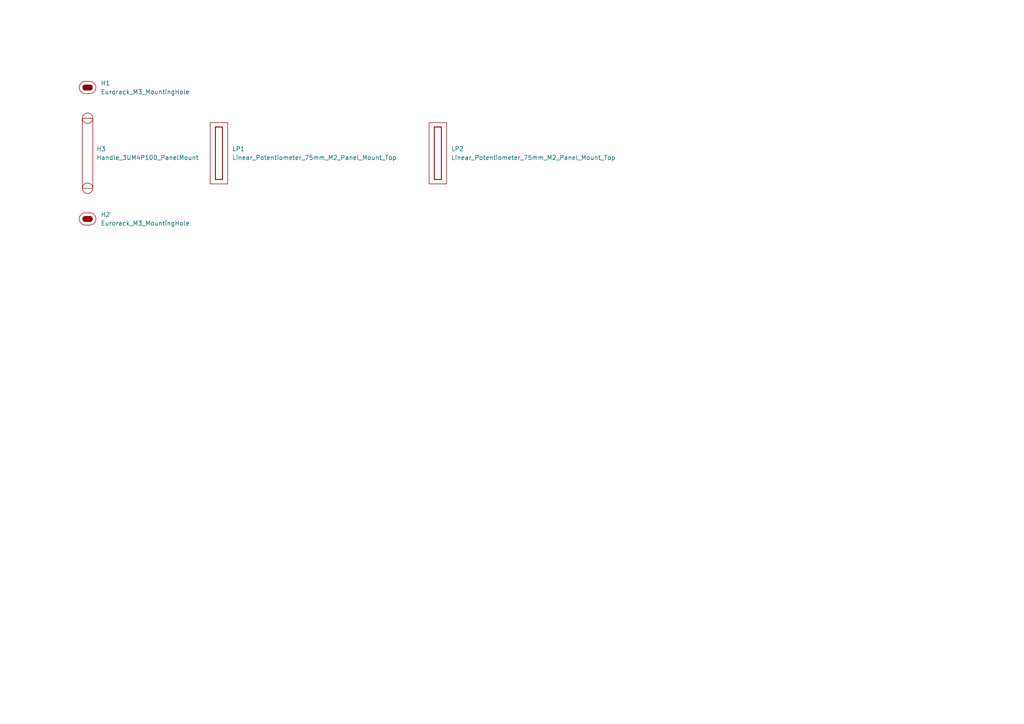
<source format=kicad_sch>
(kicad_sch (version 20250114) (generator "eeschema") (generator_version "9.0")
  (paper "A4")
  (lib_symbols
    (symbol "EXC:Eurorack_M3_MountingHole" (pin_names (offset 1.016))
      (property "Reference" "H" (at 0 5.08 0))
      (property "Value" "Eurorack_M3_MountingHole" (at 0 3.175 0))
      (symbol "Eurorack_M3_MountingHole_0_1"
        (polyline (pts (xy -0.635 0.762) (xy 0.635 0.762)))
        (circle (center -0.635 0) (radius 0.762) (fill (type outline)))
        (arc (start -0.635 -0.762) (mid -1.397 0) (end -0.635 0.762))
        (arc (start -0.635 -1.778) (mid -2.413 0) (end -0.635 1.778))
        (polyline (pts (xy -0.635 -0.762) (xy 0.635 -0.762)))
        (polyline (pts (xy -0.635 -1.778) (xy 0.635 -1.778)))
        (circle (center 0 0) (radius 0.762) (fill (type outline)))
        (polyline (pts (xy 0.635 1.778) (xy -0.635 1.778)))
        (arc (start 0.6141 1.778) (mid 2.4131 0) (end 0.6141 -1.778))
        (arc (start 0.6227 0.762) (mid 1.3971 0) (end 0.6227 -0.762))
        (circle (center 0.635 0) (radius 0.762) (fill (type outline)))
      )
    )
    (symbol "EXC:Handle_3UM4P100_A"
      (property "Reference" "H" (at 0 -2.794 0))
      (property "Value" "Handle_3UM4P100_PanelMount" (at 0.254 -25.146 0))
      (symbol "Handle_3UM4P100_A_0_1"
        (rectangle (start -1.524 0) (end 1.524 -20.32))
        (circle (center 0 0) (radius 1.524))
        (circle (center 0 -20.32) (radius 1.524))
      )
    )
    (symbol "EXC:Linear_Potentiometer_75mm_M2_Panel_Mount_Top" (pin_numbers (hide yes)) (pin_names (offset 0))
      (property "Reference" "LP" (at 0 10.668 0))
      (property "Value" "Linear_Potentiometer_75mm_M2_Panel_Mount_Top" (at -0.254 -11.176 0))
      (symbol "Linear_Potentiometer_75mm_M2_Panel_Mount_Top_0_1"
        (rectangle (start -2.54 8.89) (end 2.54 -8.89))
        (rectangle (start -1.016 7.62) (end 1.016 -7.62) (stroke (width 0.254)))
      )
    )
  )
  (symbol (lib_id "EXC:Handle_3UM4P100_A") (at 25.4 34.29 0) (unit 1)
    (property "Reference" "H3" (at 27.94 43.1799 0) (effects (justify left)))
    (property "Value" "Handle_3UM4P100_PanelMount" (at 27.94 45.7199 0) (effects (justify left)))
    (property "Footprint" "EXC:Handle_3UM4P100_A" (effects (hide yes)))
    (property "Datasheet" "https://ae-pic-a1.aliexpress-media.com/kf/Sad31a7a115c54e08a124ccf5d0f4e5e8r.jpg_960x960q75.jpg" (effects (hide yes)))
    (property "Description" "The part of the 100mm handle that has the holes for the mounting screws" (effects (hide yes)))
    (property "Source" "https://www.aliexpress.com/item/1005007166949940.html" (effects (hide yes)))
  )
  (symbol (lib_id "EXC:Linear_Potentiometer_75mm_M2_Panel_Mount_Top") (at 63.5 44.45 0) (unit 1)
    (property "Reference" "LP1" (at 67.31 43.1799 0) (effects (justify left)))
    (property "Value" "Linear_Potentiometer_75mm_M2_Panel_Mount_Top" (at 67.31 45.7199 0) (effects (justify left)))
    (property "Footprint" "EXC:Linear_Potentiometer_75mm_M2_Panel_Mount_Top" (effects (hide yes)))
    (property "Datasheet" "https://cdn-shop.adafruit.com/product-files/4219/4219_C11375.pdf" (effects (hide yes)))
    (property "Description" "Slide Potentiometer with Knob - 75mm Long - 10KΩ. Panel-mounted with 2x M2 screws, 71mm apart." (effects (hide yes)))
    (property "Source" "https://www.adafruit.com/product/4219" (effects (hide yes)))
  )
  (symbol (lib_id "EXC:Eurorack_M3_MountingHole") (at 25.4 63.5 0) (unit 1)
    (property "Reference" "H2" (at 29.21 62.2299 0) (effects (justify left)))
    (property "Value" "Eurorack_M3_MountingHole" (at 29.21 64.7699 0) (effects (justify left)))
    (property "Footprint" "EXC:MountingHole_3.2mm_M3" (effects (hide yes)))
    (property "Description" "Mounting Hole without connection" (effects (hide yes)))
  )
  (symbol (lib_id "EXC:Eurorack_M3_MountingHole") (at 25.4 25.4 0) (unit 1)
    (property "Reference" "H1" (at 29.21 24.1299 0) (effects (justify left)))
    (property "Value" "Eurorack_M3_MountingHole" (at 29.21 26.6699 0) (effects (justify left)))
    (property "Footprint" "EXC:MountingHole_3.2mm_M3" (effects (hide yes)))
    (property "Description" "Mounting Hole without connection" (effects (hide yes)))
  )
  (symbol (lib_id "EXC:Linear_Potentiometer_75mm_M2_Panel_Mount_Top") (at 127 44.45 0) (unit 1)
    (property "Reference" "LP2" (at 130.81 43.1799 0) (effects (justify left)))
    (property "Value" "Linear_Potentiometer_75mm_M2_Panel_Mount_Top" (at 130.81 45.7199 0) (effects (justify left)))
    (property "Footprint" "EXC:Linear_Potentiometer_75mm_M2_Panel_Mount_Top" (effects (hide yes)))
    (property "Datasheet" "https://cdn-shop.adafruit.com/product-files/4219/4219_C11375.pdf" (effects (hide yes)))
    (property "Description" "Slide Potentiometer with Knob - 75mm Long - 10KΩ. Panel-mounted with 2x M2 screws, 71mm apart." (effects (hide yes)))
    (property "Source" "https://www.adafruit.com/product/4219" (effects (hide yes)))
  )
)
</source>
